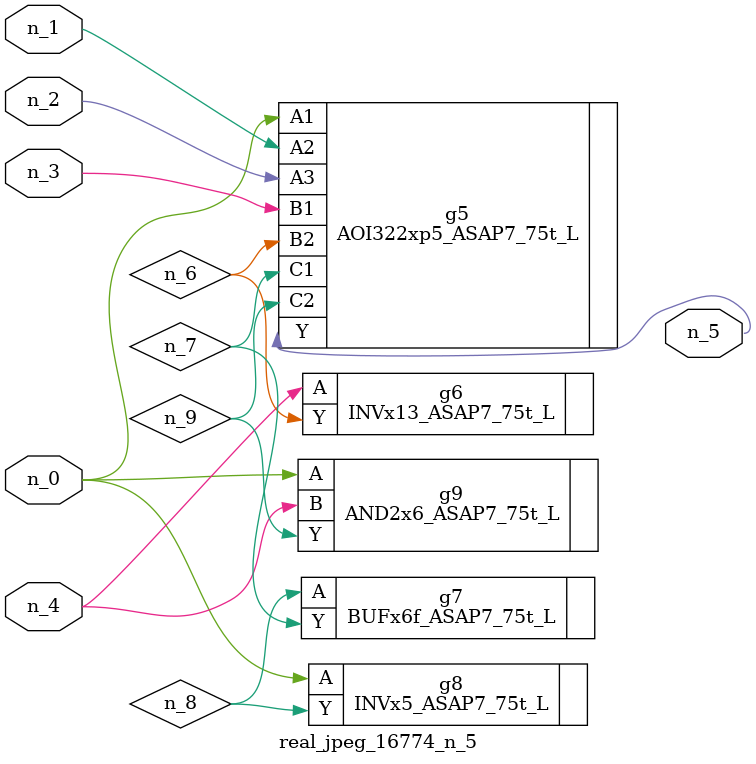
<source format=v>
module real_jpeg_16774_n_5 (n_4, n_0, n_1, n_2, n_3, n_5);

input n_4;
input n_0;
input n_1;
input n_2;
input n_3;

output n_5;

wire n_8;
wire n_6;
wire n_7;
wire n_9;

AOI322xp5_ASAP7_75t_L g5 ( 
.A1(n_0),
.A2(n_1),
.A3(n_2),
.B1(n_3),
.B2(n_6),
.C1(n_7),
.C2(n_9),
.Y(n_5)
);

INVx5_ASAP7_75t_L g8 ( 
.A(n_0),
.Y(n_8)
);

AND2x6_ASAP7_75t_L g9 ( 
.A(n_0),
.B(n_4),
.Y(n_9)
);

INVx13_ASAP7_75t_L g6 ( 
.A(n_4),
.Y(n_6)
);

BUFx6f_ASAP7_75t_L g7 ( 
.A(n_8),
.Y(n_7)
);


endmodule
</source>
